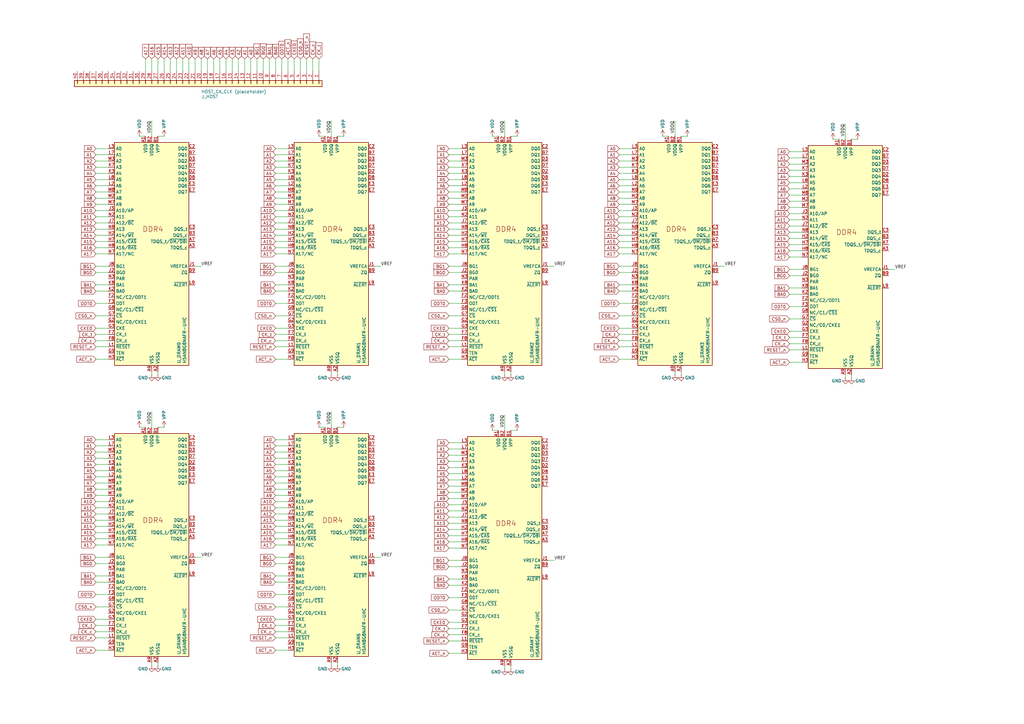
<source format=kicad_sch>
(kicad_sch (version 20250114) (generator "eeschema") (generator_version "9.0")
  (paper "A3")
  (title_block (title "Stage 7.2 - Address / Command / Clock") (date "2026-01-27") (rev "1.0.0") (company "OMI") (comment 1 "Topology: simplified star (schematic); fly-by enforced at layout"))
  (wire (pts (xy 184.15 194.31) (xy 189.23 194.31)))
  (wire (pts (xy 184.15 78.74) (xy 189.23 78.74)))
  (wire (pts (xy 113.03 236.22) (xy 118.11 236.22)))
  (wire (pts (xy 138.43 273.05) (xy 138.43 271.78)))
  (wire (pts (xy 39.37 104.14) (xy 44.45 104.14)))
  (wire (pts (xy 39.37 81.28) (xy 44.45 81.28)))
  (wire (pts (xy 102.87 24.13) (xy 102.87 29.21)))
  (wire (pts (xy 113.03 60.96) (xy 118.11 60.96)))
  (wire (pts (xy 323.85 140.97) (xy 328.93 140.97)))
  (wire (pts (xy 351.79 57.15) (xy 349.25 57.15)))
  (wire (pts (xy 67.31 24.13) (xy 67.31 29.21)))
  (wire (pts (xy 113.03 208.28) (xy 118.11 208.28)))
  (wire (pts (xy 39.37 254) (xy 44.45 254)))
  (wire (pts (xy 184.15 222.25) (xy 189.23 222.25)))
  (wire (pts (xy 254 60.96) (xy 259.08 60.96)))
  (wire (pts (xy 39.37 190.5) (xy 44.45 190.5)))
  (wire (pts (xy 113.03 259.08) (xy 118.11 259.08)))
  (wire (pts (xy 323.85 69.85) (xy 328.93 69.85)))
  (wire (pts (xy 184.15 137.16) (xy 189.23 137.16)))
  (wire (pts (xy 39.37 203.2) (xy 44.45 203.2)))
  (wire (pts (xy 323.85 77.47) (xy 328.93 77.47)))
  (wire (pts (xy 184.15 68.58) (xy 189.23 68.58)))
  (wire (pts (xy 39.37 208.28) (xy 44.45 208.28)))
  (wire (pts (xy 113.03 198.12) (xy 118.11 198.12)))
  (wire (pts (xy 113.03 96.52) (xy 118.11 96.52)))
  (wire (pts (xy 184.15 191.77) (xy 189.23 191.77)))
  (wire (pts (xy 64.77 24.13) (xy 64.77 29.21)))
  (wire (pts (xy 184.15 142.24) (xy 189.23 142.24)))
  (wire (pts (xy 184.15 204.47) (xy 189.23 204.47)))
  (wire (pts (xy 135.89 168.91) (xy 135.89 175.26)))
  (wire (pts (xy 184.15 139.7) (xy 189.23 139.7)))
  (wire (pts (xy 39.37 86.36) (xy 44.45 86.36)))
  (wire (pts (xy 39.37 71.12) (xy 44.45 71.12)))
  (wire (pts (xy 184.15 201.93) (xy 189.23 201.93)))
  (wire (pts (xy 184.15 109.22) (xy 189.23 109.22)))
  (wire (pts (xy 254 137.16) (xy 259.08 137.16)))
  (wire (pts (xy 120.65 24.13) (xy 120.65 29.21)))
  (wire (pts (xy 297.18 109.22) (xy 294.64 109.22)))
  (wire (pts (xy 39.37 198.12) (xy 44.45 198.12)))
  (wire (pts (xy 184.15 124.46) (xy 189.23 124.46)))
  (wire (pts (xy 113.03 129.54) (xy 118.11 129.54)))
  (wire (pts (xy 39.37 63.5) (xy 44.45 63.5)))
  (wire (pts (xy 140.97 55.88) (xy 138.43 55.88)))
  (wire (pts (xy 39.37 96.52) (xy 44.45 96.52)))
  (wire (pts (xy 323.85 74.93) (xy 328.93 74.93)))
  (wire (pts (xy 184.15 186.69) (xy 189.23 186.69)))
  (wire (pts (xy 113.03 86.36) (xy 118.11 86.36)))
  (wire (pts (xy 113.03 185.42) (xy 118.11 185.42)))
  (wire (pts (xy 39.37 256.54) (xy 44.45 256.54)))
  (wire (pts (xy 57.15 55.88) (xy 59.69 55.88)))
  (wire (pts (xy 113.03 66.04) (xy 118.11 66.04)))
  (wire (pts (xy 323.85 67.31) (xy 328.93 67.31)))
  (wire (pts (xy 130.81 175.26) (xy 133.35 175.26)))
  (wire (pts (xy 39.37 147.32) (xy 44.45 147.32)))
  (wire (pts (xy 39.37 129.54) (xy 44.45 129.54)))
  (wire (pts (xy 113.03 76.2) (xy 118.11 76.2)))
  (wire (pts (xy 184.15 181.61) (xy 189.23 181.61)))
  (wire (pts (xy 62.23 271.78) (xy 62.23 273.05)))
  (wire (pts (xy 323.85 64.77) (xy 328.93 64.77)))
  (wire (pts (xy 39.37 139.7) (xy 44.45 139.7)))
  (wire (pts (xy 138.43 153.67) (xy 138.43 152.4)))
  (wire (pts (xy 113.03 182.88) (xy 118.11 182.88)))
  (wire (pts (xy 92.71 24.13) (xy 92.71 29.21)))
  (wire (pts (xy 39.37 119.38) (xy 44.45 119.38)))
  (wire (pts (xy 184.15 189.23) (xy 189.23 189.23)))
  (wire (pts (xy 113.03 134.62) (xy 118.11 134.62)))
  (wire (pts (xy 97.79 24.13) (xy 97.79 29.21)))
  (wire (pts (xy 113.03 238.76) (xy 118.11 238.76)))
  (wire (pts (xy 184.15 99.06) (xy 189.23 99.06)))
  (wire (pts (xy 113.03 109.22) (xy 118.11 109.22)))
  (wire (pts (xy 130.81 55.88) (xy 133.35 55.88)))
  (wire (pts (xy 271.78 55.88) (xy 274.32 55.88)))
  (wire (pts (xy 39.37 261.62) (xy 44.45 261.62)))
  (wire (pts (xy 95.25 24.13) (xy 95.25 29.21)))
  (wire (pts (xy 184.15 129.54) (xy 189.23 129.54)))
  (wire (pts (xy 323.85 92.71) (xy 328.93 92.71)))
  (wire (pts (xy 39.37 91.44) (xy 44.45 91.44)))
  (wire (pts (xy 113.03 220.98) (xy 118.11 220.98)))
  (wire (pts (xy 64.77 153.67) (xy 64.77 152.4)))
  (wire (pts (xy 323.85 105.41) (xy 328.93 105.41)))
  (wire (pts (xy 254 63.5) (xy 259.08 63.5)))
  (wire (pts (xy 279.4 153.67) (xy 279.4 152.4)))
  (wire (pts (xy 323.85 143.51) (xy 328.93 143.51)))
  (wire (pts (xy 90.17 24.13) (xy 90.17 29.21)))
  (wire (pts (xy 184.15 88.9) (xy 189.23 88.9)))
  (wire (pts (xy 323.85 85.09) (xy 328.93 85.09)))
  (wire (pts (xy 323.85 90.17) (xy 328.93 90.17)))
  (wire (pts (xy 39.37 231.14) (xy 44.45 231.14)))
  (wire (pts (xy 39.37 259.08) (xy 44.45 259.08)))
  (wire (pts (xy 113.03 190.5) (xy 118.11 190.5)))
  (wire (pts (xy 113.03 243.84) (xy 118.11 243.84)))
  (wire (pts (xy 113.03 210.82) (xy 118.11 210.82)))
  (wire (pts (xy 39.37 193.04) (xy 44.45 193.04)))
  (wire (pts (xy 227.33 109.22) (xy 224.79 109.22)))
  (wire (pts (xy 184.15 83.82) (xy 189.23 83.82)))
  (wire (pts (xy 39.37 228.6) (xy 44.45 228.6)))
  (wire (pts (xy 64.77 273.05) (xy 64.77 271.78)))
  (wire (pts (xy 113.03 63.5) (xy 118.11 63.5)))
  (wire (pts (xy 254 73.66) (xy 259.08 73.66)))
  (wire (pts (xy 184.15 250.19) (xy 189.23 250.19)))
  (wire (pts (xy 39.37 88.9) (xy 44.45 88.9)))
  (wire (pts (xy 135.89 49.53) (xy 135.89 55.88)))
  (wire (pts (xy 113.03 218.44) (xy 118.11 218.44)))
  (wire (pts (xy 113.03 203.2) (xy 118.11 203.2)))
  (wire (pts (xy 276.86 152.4) (xy 276.86 153.67)))
  (wire (pts (xy 113.03 231.14) (xy 118.11 231.14)))
  (wire (pts (xy 74.93 24.13) (xy 74.93 29.21)))
  (wire (pts (xy 140.97 175.26) (xy 138.43 175.26)))
  (wire (pts (xy 254 124.46) (xy 259.08 124.46)))
  (wire (pts (xy 184.15 257.81) (xy 189.23 257.81)))
  (wire (pts (xy 113.03 213.36) (xy 118.11 213.36)))
  (wire (pts (xy 207.01 273.05) (xy 207.01 274.32)))
  (wire (pts (xy 39.37 109.22) (xy 44.45 109.22)))
  (wire (pts (xy 323.85 87.63) (xy 328.93 87.63)))
  (wire (pts (xy 113.03 193.04) (xy 118.11 193.04)))
  (wire (pts (xy 113.03 137.16) (xy 118.11 137.16)))
  (wire (pts (xy 212.09 55.88) (xy 209.55 55.88)))
  (wire (pts (xy 212.09 176.53) (xy 209.55 176.53)))
  (wire (pts (xy 113.03 254) (xy 118.11 254)))
  (wire (pts (xy 184.15 209.55) (xy 189.23 209.55)))
  (wire (pts (xy 254 139.7) (xy 259.08 139.7)))
  (wire (pts (xy 254 66.04) (xy 259.08 66.04)))
  (wire (pts (xy 254 109.22) (xy 259.08 109.22)))
  (wire (pts (xy 125.73 24.13) (xy 125.73 29.21)))
  (wire (pts (xy 184.15 260.35) (xy 189.23 260.35)))
  (wire (pts (xy 349.25 154.94) (xy 349.25 153.67)))
  (wire (pts (xy 156.21 228.6) (xy 153.67 228.6)))
  (wire (pts (xy 346.71 50.8) (xy 346.71 57.15)))
  (wire (pts (xy 113.03 261.62) (xy 118.11 261.62)))
  (wire (pts (xy 39.37 137.16) (xy 44.45 137.16)))
  (wire (pts (xy 69.85 24.13) (xy 69.85 29.21)))
  (wire (pts (xy 85.09 24.13) (xy 85.09 29.21)))
  (wire (pts (xy 184.15 93.98) (xy 189.23 93.98)))
  (wire (pts (xy 254 93.98) (xy 259.08 93.98)))
  (wire (pts (xy 184.15 116.84) (xy 189.23 116.84)))
  (wire (pts (xy 113.03 266.7) (xy 118.11 266.7)))
  (wire (pts (xy 201.93 55.88) (xy 204.47 55.88)))
  (wire (pts (xy 156.21 109.22) (xy 153.67 109.22)))
  (wire (pts (xy 254 68.58) (xy 259.08 68.58)))
  (wire (pts (xy 323.85 113.03) (xy 328.93 113.03)))
  (wire (pts (xy 113.03 93.98) (xy 118.11 93.98)))
  (wire (pts (xy 367.03 110.49) (xy 364.49 110.49)))
  (wire (pts (xy 59.69 24.13) (xy 59.69 29.21)))
  (wire (pts (xy 184.15 86.36) (xy 189.23 86.36)))
  (wire (pts (xy 62.23 49.53) (xy 62.23 55.88)))
  (wire (pts (xy 323.85 148.59) (xy 328.93 148.59)))
  (wire (pts (xy 113.03 205.74) (xy 118.11 205.74)))
  (wire (pts (xy 39.37 210.82) (xy 44.45 210.82)))
  (wire (pts (xy 184.15 207.01) (xy 189.23 207.01)))
  (wire (pts (xy 107.95 24.13) (xy 107.95 29.21)))
  (wire (pts (xy 39.37 248.92) (xy 44.45 248.92)))
  (wire (pts (xy 113.03 200.66) (xy 118.11 200.66)))
  (wire (pts (xy 323.85 118.11) (xy 328.93 118.11)))
  (wire (pts (xy 113.03 142.24) (xy 118.11 142.24)))
  (wire (pts (xy 184.15 237.49) (xy 189.23 237.49)))
  (wire (pts (xy 113.03 187.96) (xy 118.11 187.96)))
  (wire (pts (xy 113.03 248.92) (xy 118.11 248.92)))
  (wire (pts (xy 39.37 116.84) (xy 44.45 116.84)))
  (wire (pts (xy 254 96.52) (xy 259.08 96.52)))
  (wire (pts (xy 184.15 217.17) (xy 189.23 217.17)))
  (wire (pts (xy 113.03 116.84) (xy 118.11 116.84)))
  (wire (pts (xy 184.15 71.12) (xy 189.23 71.12)))
  (wire (pts (xy 39.37 68.58) (xy 44.45 68.58)))
  (wire (pts (xy 39.37 266.7) (xy 44.45 266.7)))
  (wire (pts (xy 82.55 24.13) (xy 82.55 29.21)))
  (wire (pts (xy 254 101.6) (xy 259.08 101.6)))
  (wire (pts (xy 62.23 24.13) (xy 62.23 29.21)))
  (wire (pts (xy 323.85 100.33) (xy 328.93 100.33)))
  (wire (pts (xy 323.85 130.81) (xy 328.93 130.81)))
  (wire (pts (xy 323.85 135.89) (xy 328.93 135.89)))
  (wire (pts (xy 201.93 176.53) (xy 204.47 176.53)))
  (wire (pts (xy 184.15 66.04) (xy 189.23 66.04)))
  (wire (pts (xy 184.15 76.2) (xy 189.23 76.2)))
  (wire (pts (xy 100.33 24.13) (xy 100.33 29.21)))
  (wire (pts (xy 39.37 220.98) (xy 44.45 220.98)))
  (wire (pts (xy 135.89 271.78) (xy 135.89 273.05)))
  (wire (pts (xy 39.37 111.76) (xy 44.45 111.76)))
  (wire (pts (xy 39.37 83.82) (xy 44.45 83.82)))
  (wire (pts (xy 184.15 196.85) (xy 189.23 196.85)))
  (wire (pts (xy 39.37 185.42) (xy 44.45 185.42)))
  (wire (pts (xy 39.37 223.52) (xy 44.45 223.52)))
  (wire (pts (xy 184.15 101.6) (xy 189.23 101.6)))
  (wire (pts (xy 254 116.84) (xy 259.08 116.84)))
  (wire (pts (xy 254 134.62) (xy 259.08 134.62)))
  (wire (pts (xy 67.31 175.26) (xy 64.77 175.26)))
  (wire (pts (xy 184.15 262.89) (xy 189.23 262.89)))
  (wire (pts (xy 118.11 24.13) (xy 118.11 29.21)))
  (wire (pts (xy 113.03 215.9) (xy 118.11 215.9)))
  (wire (pts (xy 135.89 152.4) (xy 135.89 153.67)))
  (wire (pts (xy 184.15 199.39) (xy 189.23 199.39)))
  (wire (pts (xy 77.47 24.13) (xy 77.47 29.21)))
  (wire (pts (xy 207.01 49.53) (xy 207.01 55.88)))
  (wire (pts (xy 113.03 71.12) (xy 118.11 71.12)))
  (wire (pts (xy 113.03 91.44) (xy 118.11 91.44)))
  (wire (pts (xy 113.03 228.6) (xy 118.11 228.6)))
  (wire (pts (xy 323.85 125.73) (xy 328.93 125.73)))
  (wire (pts (xy 254 99.06) (xy 259.08 99.06)))
  (wire (pts (xy 184.15 81.28) (xy 189.23 81.28)))
  (wire (pts (xy 254 142.24) (xy 259.08 142.24)))
  (wire (pts (xy 39.37 134.62) (xy 44.45 134.62)))
  (wire (pts (xy 113.03 111.76) (xy 118.11 111.76)))
  (wire (pts (xy 39.37 142.24) (xy 44.45 142.24)))
  (wire (pts (xy 39.37 101.6) (xy 44.45 101.6)))
  (wire (pts (xy 254 119.38) (xy 259.08 119.38)))
  (wire (pts (xy 323.85 95.25) (xy 328.93 95.25)))
  (wire (pts (xy 254 83.82) (xy 259.08 83.82)))
  (wire (pts (xy 184.15 214.63) (xy 189.23 214.63)))
  (wire (pts (xy 39.37 213.36) (xy 44.45 213.36)))
  (wire (pts (xy 113.03 180.34) (xy 118.11 180.34)))
  (wire (pts (xy 123.19 24.13) (xy 123.19 29.21)))
  (wire (pts (xy 80.01 24.13) (xy 80.01 29.21)))
  (wire (pts (xy 209.55 153.67) (xy 209.55 152.4)))
  (wire (pts (xy 39.37 60.96) (xy 44.45 60.96)))
  (wire (pts (xy 323.85 102.87) (xy 328.93 102.87)))
  (wire (pts (xy 39.37 205.74) (xy 44.45 205.74)))
  (wire (pts (xy 209.55 274.32) (xy 209.55 273.05)))
  (wire (pts (xy 67.31 55.88) (xy 64.77 55.88)))
  (wire (pts (xy 113.03 78.74) (xy 118.11 78.74)))
  (wire (pts (xy 113.03 256.54) (xy 118.11 256.54)))
  (wire (pts (xy 82.55 228.6) (xy 80.01 228.6)))
  (wire (pts (xy 207.01 170.18) (xy 207.01 176.53)))
  (wire (pts (xy 184.15 224.79) (xy 189.23 224.79)))
  (wire (pts (xy 113.03 99.06) (xy 118.11 99.06)))
  (wire (pts (xy 207.01 152.4) (xy 207.01 153.67)))
  (wire (pts (xy 323.85 120.65) (xy 328.93 120.65)))
  (wire (pts (xy 113.03 88.9) (xy 118.11 88.9)))
  (wire (pts (xy 184.15 104.14) (xy 189.23 104.14)))
  (wire (pts (xy 82.55 109.22) (xy 80.01 109.22)))
  (wire (pts (xy 39.37 238.76) (xy 44.45 238.76)))
  (wire (pts (xy 323.85 72.39) (xy 328.93 72.39)))
  (wire (pts (xy 323.85 80.01) (xy 328.93 80.01)))
  (wire (pts (xy 39.37 73.66) (xy 44.45 73.66)))
  (wire (pts (xy 62.23 152.4) (xy 62.23 153.67)))
  (wire (pts (xy 128.27 24.13) (xy 128.27 29.21)))
  (wire (pts (xy 57.15 175.26) (xy 59.69 175.26)))
  (wire (pts (xy 254 76.2) (xy 259.08 76.2)))
  (wire (pts (xy 184.15 245.11) (xy 189.23 245.11)))
  (wire (pts (xy 115.57 24.13) (xy 115.57 29.21)))
  (wire (pts (xy 323.85 110.49) (xy 328.93 110.49)))
  (wire (pts (xy 184.15 134.62) (xy 189.23 134.62)))
  (wire (pts (xy 254 71.12) (xy 259.08 71.12)))
  (wire (pts (xy 113.03 139.7) (xy 118.11 139.7)))
  (wire (pts (xy 39.37 195.58) (xy 44.45 195.58)))
  (wire (pts (xy 113.03 147.32) (xy 118.11 147.32)))
  (wire (pts (xy 39.37 66.04) (xy 44.45 66.04)))
  (wire (pts (xy 105.41 24.13) (xy 105.41 29.21)))
  (wire (pts (xy 39.37 99.06) (xy 44.45 99.06)))
  (wire (pts (xy 254 147.32) (xy 259.08 147.32)))
  (wire (pts (xy 254 86.36) (xy 259.08 86.36)))
  (wire (pts (xy 184.15 73.66) (xy 189.23 73.66)))
  (wire (pts (xy 254 78.74) (xy 259.08 78.74)))
  (wire (pts (xy 39.37 187.96) (xy 44.45 187.96)))
  (wire (pts (xy 184.15 60.96) (xy 189.23 60.96)))
  (wire (pts (xy 113.03 101.6) (xy 118.11 101.6)))
  (wire (pts (xy 184.15 96.52) (xy 189.23 96.52)))
  (wire (pts (xy 184.15 255.27) (xy 189.23 255.27)))
  (wire (pts (xy 113.03 119.38) (xy 118.11 119.38)))
  (wire (pts (xy 113.03 223.52) (xy 118.11 223.52)))
  (wire (pts (xy 113.03 73.66) (xy 118.11 73.66)))
  (wire (pts (xy 323.85 138.43) (xy 328.93 138.43)))
  (wire (pts (xy 341.63 57.15) (xy 344.17 57.15)))
  (wire (pts (xy 39.37 180.34) (xy 44.45 180.34)))
  (wire (pts (xy 184.15 91.44) (xy 189.23 91.44)))
  (wire (pts (xy 39.37 243.84) (xy 44.45 243.84)))
  (wire (pts (xy 323.85 97.79) (xy 328.93 97.79)))
  (wire (pts (xy 62.23 168.91) (xy 62.23 175.26)))
  (wire (pts (xy 184.15 232.41) (xy 189.23 232.41)))
  (wire (pts (xy 254 104.14) (xy 259.08 104.14)))
  (wire (pts (xy 39.37 182.88) (xy 44.45 182.88)))
  (wire (pts (xy 184.15 184.15) (xy 189.23 184.15)))
  (wire (pts (xy 113.03 81.28) (xy 118.11 81.28)))
  (wire (pts (xy 323.85 62.23) (xy 328.93 62.23)))
  (wire (pts (xy 254 111.76) (xy 259.08 111.76)))
  (wire (pts (xy 184.15 63.5) (xy 189.23 63.5)))
  (wire (pts (xy 87.63 24.13) (xy 87.63 29.21)))
  (wire (pts (xy 39.37 215.9) (xy 44.45 215.9)))
  (wire (pts (xy 184.15 111.76) (xy 189.23 111.76)))
  (wire (pts (xy 254 81.28) (xy 259.08 81.28)))
  (wire (pts (xy 113.03 124.46) (xy 118.11 124.46)))
  (wire (pts (xy 39.37 236.22) (xy 44.45 236.22)))
  (wire (pts (xy 254 88.9) (xy 259.08 88.9)))
  (wire (pts (xy 323.85 82.55) (xy 328.93 82.55)))
  (wire (pts (xy 39.37 78.74) (xy 44.45 78.74)))
  (wire (pts (xy 184.15 119.38) (xy 189.23 119.38)))
  (wire (pts (xy 184.15 219.71) (xy 189.23 219.71)))
  (wire (pts (xy 113.03 83.82) (xy 118.11 83.82)))
  (wire (pts (xy 227.33 229.87) (xy 224.79 229.87)))
  (wire (pts (xy 254 91.44) (xy 259.08 91.44)))
  (wire (pts (xy 39.37 218.44) (xy 44.45 218.44)))
  (wire (pts (xy 39.37 124.46) (xy 44.45 124.46)))
  (wire (pts (xy 39.37 200.66) (xy 44.45 200.66)))
  (wire (pts (xy 113.03 195.58) (xy 118.11 195.58)))
  (wire (pts (xy 72.39 24.13) (xy 72.39 29.21)))
  (wire (pts (xy 110.49 24.13) (xy 110.49 29.21)))
  (wire (pts (xy 346.71 153.67) (xy 346.71 154.94)))
  (wire (pts (xy 184.15 229.87) (xy 189.23 229.87)))
  (wire (pts (xy 113.03 24.13) (xy 113.03 29.21)))
  (wire (pts (xy 184.15 267.97) (xy 189.23 267.97)))
  (wire (pts (xy 130.81 24.13) (xy 130.81 29.21)))
  (wire (pts (xy 39.37 93.98) (xy 44.45 93.98)))
  (wire (pts (xy 184.15 240.03) (xy 189.23 240.03)))
  (wire (pts (xy 113.03 104.14) (xy 118.11 104.14)))
  (wire (pts (xy 184.15 147.32) (xy 189.23 147.32)))
  (wire (pts (xy 276.86 49.53) (xy 276.86 55.88)))
  (wire (pts (xy 184.15 212.09) (xy 189.23 212.09)))
  (wire (pts (xy 281.94 55.88) (xy 279.4 55.88)))
  (wire (pts (xy 39.37 76.2) (xy 44.45 76.2)))
  (wire (pts (xy 113.03 68.58) (xy 118.11 68.58)))
  (wire (pts (xy 254 129.54) (xy 259.08 129.54)))
  (label "VDDQ" (at 207.01 49.53 270))
  (label "VREF" (at 82.55 109.22 0))
  (label "VREF" (at 82.55 228.6 0))
  (label "VREF" (at 297.18 109.22 0))
  (label "VDDQ" (at 346.71 50.8 270))
  (label "VDDQ" (at 135.89 168.91 270))
  (label "VDDQ" (at 135.89 49.53 270))
  (label "VREF" (at 227.33 229.87 0))
  (label "VDDQ" (at 276.86 49.53 270))
  (label "VREF" (at 156.21 109.22 0))
  (label "VDDQ" (at 62.23 168.91 270))
  (label "VREF" (at 367.03 110.49 0))
  (label "VDDQ" (at 62.23 49.53 270))
  (label "VREF" (at 156.21 228.6 0))
  (label "VREF" (at 227.33 109.22 0))
  (label "VDDQ" (at 207.01 170.18 270))
  (global_label "BA0" (shape input) (at 113.03 238.76 180) (property "Intersheetrefs" "${INTERSHEET_REFS}" (effects (hide yes))))
  (global_label "CK_c" (shape input) (at 39.37 139.7 180) (property "Intersheetrefs" "${INTERSHEET_REFS}" (effects (hide yes))))
  (global_label "CK_t" (shape input) (at 39.37 256.54 180) (property "Intersheetrefs" "${INTERSHEET_REFS}" (effects (hide yes))))
  (global_label "CK_c" (shape input) (at 254 139.7 180) (property "Intersheetrefs" "${INTERSHEET_REFS}" (effects (hide yes))))
  (global_label "A6" (shape input) (at 184.15 76.2 180) (property "Intersheetrefs" "${INTERSHEET_REFS}" (effects (hide yes))))
  (global_label "A8" (shape input) (at 184.15 81.28 180) (property "Intersheetrefs" "${INTERSHEET_REFS}" (effects (hide yes))))
  (global_label "A3" (shape input) (at 39.37 187.96 180) (property "Intersheetrefs" "${INTERSHEET_REFS}" (effects (hide yes))))
  (global_label "A1" (shape input) (at 100.33 24.13 90) (property "Intersheetrefs" "${INTERSHEET_REFS}" (effects (hide yes))))
  (global_label "BG0" (shape input) (at 107.95 24.13 90) (property "Intersheetrefs" "${INTERSHEET_REFS}" (effects (hide yes))))
  (global_label "BG1" (shape input) (at 39.37 228.6 180) (property "Intersheetrefs" "${INTERSHEET_REFS}" (effects (hide yes))))
  (global_label "BA0" (shape input) (at 184.15 119.38 180) (property "Intersheetrefs" "${INTERSHEET_REFS}" (effects (hide yes))))
  (global_label "BG1" (shape input) (at 254 109.22 180) (property "Intersheetrefs" "${INTERSHEET_REFS}" (effects (hide yes))))
  (global_label "BA0" (shape input) (at 39.37 119.38 180) (property "Intersheetrefs" "${INTERSHEET_REFS}" (effects (hide yes))))
  (global_label "BA1" (shape input) (at 323.85 118.11 180) (property "Intersheetrefs" "${INTERSHEET_REFS}" (effects (hide yes))))
  (global_label "A9" (shape input) (at 323.85 85.09 180) (property "Intersheetrefs" "${INTERSHEET_REFS}" (effects (hide yes))))
  (global_label "BA1" (shape input) (at 113.03 116.84 180) (property "Intersheetrefs" "${INTERSHEET_REFS}" (effects (hide yes))))
  (global_label "ODT0" (shape input) (at 113.03 243.84 180) (property "Intersheetrefs" "${INTERSHEET_REFS}" (effects (hide yes))))
  (global_label "CS0_n" (shape input) (at 184.15 129.54 180) (property "Intersheetrefs" "${INTERSHEET_REFS}" (effects (hide yes))))
  (global_label "BA1" (shape input) (at 110.49 24.13 90) (property "Intersheetrefs" "${INTERSHEET_REFS}" (effects (hide yes))))
  (global_label "A15" (shape input) (at 184.15 99.06 180) (property "Intersheetrefs" "${INTERSHEET_REFS}" (effects (hide yes))))
  (global_label "CS0_n" (shape input) (at 323.85 130.81 180) (property "Intersheetrefs" "${INTERSHEET_REFS}" (effects (hide yes))))
  (global_label "A4" (shape input) (at 113.03 190.5 180) (property "Intersheetrefs" "${INTERSHEET_REFS}" (effects (hide yes))))
  (global_label "A6" (shape input) (at 113.03 76.2 180) (property "Intersheetrefs" "${INTERSHEET_REFS}" (effects (hide yes))))
  (global_label "BG1" (shape input) (at 113.03 228.6 180) (property "Intersheetrefs" "${INTERSHEET_REFS}" (effects (hide yes))))
  (global_label "ACT_n" (shape input) (at 254 147.32 180) (property "Intersheetrefs" "${INTERSHEET_REFS}" (effects (hide yes))))
  (global_label "RESET_n" (shape input) (at 39.37 142.24 180) (property "Intersheetrefs" "${INTERSHEET_REFS}" (effects (hide yes))))
  (global_label "A7" (shape input) (at 254 78.74 180) (property "Intersheetrefs" "${INTERSHEET_REFS}" (effects (hide yes))))
  (global_label "A11" (shape input) (at 113.03 88.9 180) (property "Intersheetrefs" "${INTERSHEET_REFS}" (effects (hide yes))))
  (global_label "A9" (shape input) (at 113.03 83.82 180) (property "Intersheetrefs" "${INTERSHEET_REFS}" (effects (hide yes))))
  (global_label "A2" (shape input) (at 113.03 66.04 180) (property "Intersheetrefs" "${INTERSHEET_REFS}" (effects (hide yes))))
  (global_label "A4" (shape input) (at 254 71.12 180) (property "Intersheetrefs" "${INTERSHEET_REFS}" (effects (hide yes))))
  (global_label "A12" (shape input) (at 254 91.44 180) (property "Intersheetrefs" "${INTERSHEET_REFS}" (effects (hide yes))))
  (global_label "CKE0" (shape input) (at 184.15 134.62 180) (property "Intersheetrefs" "${INTERSHEET_REFS}" (effects (hide yes))))
  (global_label "A15" (shape input) (at 113.03 218.44 180) (property "Intersheetrefs" "${INTERSHEET_REFS}" (effects (hide yes))))
  (global_label "A0" (shape input) (at 39.37 180.34 180) (property "Intersheetrefs" "${INTERSHEET_REFS}" (effects (hide yes))))
  (global_label "A6" (shape input) (at 87.63 24.13 90) (property "Intersheetrefs" "${INTERSHEET_REFS}" (effects (hide yes))))
  (global_label "BG0" (shape input) (at 113.03 111.76 180) (property "Intersheetrefs" "${INTERSHEET_REFS}" (effects (hide yes))))
  (global_label "BA0" (shape input) (at 113.03 119.38 180) (property "Intersheetrefs" "${INTERSHEET_REFS}" (effects (hide yes))))
  (global_label "ODT0" (shape input) (at 323.85 125.73 180) (property "Intersheetrefs" "${INTERSHEET_REFS}" (effects (hide yes))))
  (global_label "A0" (shape input) (at 184.15 60.96 180) (property "Intersheetrefs" "${INTERSHEET_REFS}" (effects (hide yes))))
  (global_label "A2" (shape input) (at 39.37 185.42 180) (property "Intersheetrefs" "${INTERSHEET_REFS}" (effects (hide yes))))
  (global_label "RESET_n" (shape input) (at 184.15 142.24 180) (property "Intersheetrefs" "${INTERSHEET_REFS}" (effects (hide yes))))
  (global_label "A5" (shape input) (at 90.17 24.13 90) (property "Intersheetrefs" "${INTERSHEET_REFS}" (effects (hide yes))))
  (global_label "A0" (shape input) (at 323.85 62.23 180) (property "Intersheetrefs" "${INTERSHEET_REFS}" (effects (hide yes))))
  (global_label "ACT_n" (shape input) (at 118.11 24.13 90) (property "Intersheetrefs" "${INTERSHEET_REFS}" (effects (hide yes))))
  (global_label "ODT0" (shape input) (at 113.03 124.46 180) (property "Intersheetrefs" "${INTERSHEET_REFS}" (effects (hide yes))))
  (global_label "RESET_n" (shape input) (at 113.03 261.62 180) (property "Intersheetrefs" "${INTERSHEET_REFS}" (effects (hide yes))))
  (global_label "ACT_n" (shape input) (at 113.03 147.32 180) (property "Intersheetrefs" "${INTERSHEET_REFS}" (effects (hide yes))))
  (global_label "BG0" (shape input) (at 323.85 113.03 180) (property "Intersheetrefs" "${INTERSHEET_REFS}" (effects (hide yes))))
  (global_label "CS0_n" (shape input) (at 39.37 129.54 180) (property "Intersheetrefs" "${INTERSHEET_REFS}" (effects (hide yes))))
  (global_label "A3" (shape input) (at 39.37 68.58 180) (property "Intersheetrefs" "${INTERSHEET_REFS}" (effects (hide yes))))
  (global_label "RESET_n" (shape input) (at 39.37 261.62 180) (property "Intersheetrefs" "${INTERSHEET_REFS}" (effects (hide yes))))
  (global_label "BG1" (shape input) (at 184.15 109.22 180) (property "Intersheetrefs" "${INTERSHEET_REFS}" (effects (hide yes))))
  (global_label "A8" (shape input) (at 82.55 24.13 90) (property "Intersheetrefs" "${INTERSHEET_REFS}" (effects (hide yes))))
  (global_label "A8" (shape input) (at 39.37 81.28 180) (property "Intersheetrefs" "${INTERSHEET_REFS}" (effects (hide yes))))
  (global_label "BA0" (shape input) (at 254 119.38 180) (property "Intersheetrefs" "${INTERSHEET_REFS}" (effects (hide yes))))
  (global_label "A2" (shape input) (at 184.15 186.69 180) (property "Intersheetrefs" "${INTERSHEET_REFS}" (effects (hide yes))))
  (global_label "A8" (shape input) (at 184.15 201.93 180) (property "Intersheetrefs" "${INTERSHEET_REFS}" (effects (hide yes))))
  (global_label "A8" (shape input) (at 39.37 200.66 180) (property "Intersheetrefs" "${INTERSHEET_REFS}" (effects (hide yes))))
  (global_label "A9" (shape input) (at 39.37 203.2 180) (property "Intersheetrefs" "${INTERSHEET_REFS}" (effects (hide yes))))
  (global_label "A7" (shape input) (at 113.03 78.74 180) (property "Intersheetrefs" "${INTERSHEET_REFS}" (effects (hide yes))))
  (global_label "RESET_n" (shape input) (at 113.03 142.24 180) (property "Intersheetrefs" "${INTERSHEET_REFS}" (effects (hide yes))))
  (global_label "RESET_n" (shape input) (at 254 142.24 180) (property "Intersheetrefs" "${INTERSHEET_REFS}" (effects (hide yes))))
  (global_label "A14" (shape input) (at 113.03 96.52 180) (property "Intersheetrefs" "${INTERSHEET_REFS}" (effects (hide yes))))
  (global_label "CKE0" (shape input) (at 113.03 134.62 180) (property "Intersheetrefs" "${INTERSHEET_REFS}" (effects (hide yes))))
  (global_label "BA0" (shape input) (at 323.85 120.65 180) (property "Intersheetrefs" "${INTERSHEET_REFS}" (effects (hide yes))))
  (global_label "A15" (shape input) (at 184.15 219.71 180) (property "Intersheetrefs" "${INTERSHEET_REFS}" (effects (hide yes))))
  (global_label "A0" (shape input) (at 184.15 181.61 180) (property "Intersheetrefs" "${INTERSHEET_REFS}" (effects (hide yes))))
  (global_label "A6" (shape input) (at 39.37 195.58 180) (property "Intersheetrefs" "${INTERSHEET_REFS}" (effects (hide yes))))
  (global_label "A0" (shape input) (at 113.03 180.34 180) (property "Intersheetrefs" "${INTERSHEET_REFS}" (effects (hide yes))))
  (global_label "A12" (shape input) (at 323.85 92.71 180) (property "Intersheetrefs" "${INTERSHEET_REFS}" (effects (hide yes))))
  (global_label "A13" (shape input) (at 323.85 95.25 180) (property "Intersheetrefs" "${INTERSHEET_REFS}" (effects (hide yes))))
  (global_label "A8" (shape input) (at 113.03 81.28 180) (property "Intersheetrefs" "${INTERSHEET_REFS}" (effects (hide yes))))
  (global_label "A4" (shape input) (at 92.71 24.13 90) (property "Intersheetrefs" "${INTERSHEET_REFS}" (effects (hide yes))))
  (global_label "A16" (shape input) (at 184.15 101.6 180) (property "Intersheetrefs" "${INTERSHEET_REFS}" (effects (hide yes))))
  (global_label "A1" (shape input) (at 184.15 184.15 180) (property "Intersheetrefs" "${INTERSHEET_REFS}" (effects (hide yes))))
  (global_label "A17" (shape input) (at 113.03 223.52 180) (property "Intersheetrefs" "${INTERSHEET_REFS}" (effects (hide yes))))
  (global_label "BA1" (shape input) (at 39.37 236.22 180) (property "Intersheetrefs" "${INTERSHEET_REFS}" (effects (hide yes))))
  (global_label "CK_c" (shape input) (at 184.15 139.7 180) (property "Intersheetrefs" "${INTERSHEET_REFS}" (effects (hide yes))))
  (global_label "A12" (shape input) (at 184.15 212.09 180) (property "Intersheetrefs" "${INTERSHEET_REFS}" (effects (hide yes))))
  (global_label "A11" (shape input) (at 184.15 209.55 180) (property "Intersheetrefs" "${INTERSHEET_REFS}" (effects (hide yes))))
  (global_label "A3" (shape input) (at 323.85 69.85 180) (property "Intersheetrefs" "${INTERSHEET_REFS}" (effects (hide yes))))
  (global_label "A4" (shape input) (at 184.15 191.77 180) (property "Intersheetrefs" "${INTERSHEET_REFS}" (effects (hide yes))))
  (global_label "CKE0" (shape input) (at 323.85 135.89 180) (property "Intersheetrefs" "${INTERSHEET_REFS}" (effects (hide yes))))
  (global_label "A1" (shape input) (at 39.37 182.88 180) (property "Intersheetrefs" "${INTERSHEET_REFS}" (effects (hide yes))))
  (global_label "A10" (shape input) (at 39.37 205.74 180) (property "Intersheetrefs" "${INTERSHEET_REFS}" (effects (hide yes))))
  (global_label "A4" (shape input) (at 323.85 72.39 180) (property "Intersheetrefs" "${INTERSHEET_REFS}" (effects (hide yes))))
  (global_label "A10" (shape input) (at 254 86.36 180) (property "Intersheetrefs" "${INTERSHEET_REFS}" (effects (hide yes))))
  (global_label "CK_c" (shape input) (at 113.03 139.7 180) (property "Intersheetrefs" "${INTERSHEET_REFS}" (effects (hide yes))))
  (global_label "A11" (shape input) (at 323.85 90.17 180) (property "Intersheetrefs" "${INTERSHEET_REFS}" (effects (hide yes))))
  (global_label "A9" (shape input) (at 80.01 24.13 90) (property "Intersheetrefs" "${INTERSHEET_REFS}" (effects (hide yes))))
  (global_label "BA1" (shape input) (at 113.03 236.22 180) (property "Intersheetrefs" "${INTERSHEET_REFS}" (effects (hide yes))))
  (global_label "BG0" (shape input) (at 113.03 231.14 180) (property "Intersheetrefs" "${INTERSHEET_REFS}" (effects (hide yes))))
  (global_label "A5" (shape input) (at 184.15 73.66 180) (property "Intersheetrefs" "${INTERSHEET_REFS}" (effects (hide yes))))
  (global_label "BA1" (shape input) (at 254 116.84 180) (property "Intersheetrefs" "${INTERSHEET_REFS}" (effects (hide yes))))
  (global_label "A14" (shape input) (at 323.85 97.79 180) (property "Intersheetrefs" "${INTERSHEET_REFS}" (effects (hide yes))))
  (global_label "A11" (shape input) (at 113.03 208.28 180) (property "Intersheetrefs" "${INTERSHEET_REFS}" (effects (hide yes))))
  (global_label "A0" (shape input) (at 254 60.96 180) (property "Intersheetrefs" "${INTERSHEET_REFS}" (effects (hide yes))))
  (global_label "ODT0" (shape input) (at 184.15 245.11 180) (property "Intersheetrefs" "${INTERSHEET_REFS}" (effects (hide yes))))
  (global_label "A7" (shape input) (at 184.15 199.39 180) (property "Intersheetrefs" "${INTERSHEET_REFS}" (effects (hide yes))))
  (global_label "A7" (shape input) (at 113.03 198.12 180) (property "Intersheetrefs" "${INTERSHEET_REFS}" (effects (hide yes))))
  (global_label "A14" (shape input) (at 254 96.52 180) (property "Intersheetrefs" "${INTERSHEET_REFS}" (effects (hide yes))))
  (global_label "A3" (shape input) (at 113.03 187.96 180) (property "Intersheetrefs" "${INTERSHEET_REFS}" (effects (hide yes))))
  (global_label "A5" (shape input) (at 184.15 194.31 180) (property "Intersheetrefs" "${INTERSHEET_REFS}" (effects (hide yes))))
  (global_label "A15" (shape input) (at 113.03 99.06 180) (property "Intersheetrefs" "${INTERSHEET_REFS}" (effects (hide yes))))
  (global_label "A6" (shape input) (at 323.85 77.47 180) (property "Intersheetrefs" "${INTERSHEET_REFS}" (effects (hide yes))))
  (global_label "CS0_n" (shape input) (at 39.37 248.92 180) (property "Intersheetrefs" "${INTERSHEET_REFS}" (effects (hide yes))))
  (global_label "A11" (shape input) (at 184.15 88.9 180) (property "Intersheetrefs" "${INTERSHEET_REFS}" (effects (hide yes))))
  (global_label "A15" (shape input) (at 64.77 24.13 90) (property "Intersheetrefs" "${INTERSHEET_REFS}" (effects (hide yes))))
  (global_label "A1" (shape input) (at 39.37 63.5 180) (property "Intersheetrefs" "${INTERSHEET_REFS}" (effects (hide yes))))
  (global_label "BG0" (shape input) (at 254 111.76 180) (property "Intersheetrefs" "${INTERSHEET_REFS}" (effects (hide yes))))
  (global_label "A3" (shape input) (at 113.03 68.58 180) (property "Intersheetrefs" "${INTERSHEET_REFS}" (effects (hide yes))))
  (global_label "BA0" (shape input) (at 39.37 238.76 180) (property "Intersheetrefs" "${INTERSHEET_REFS}" (effects (hide yes))))
  (global_label "CK_t" (shape input) (at 130.81 24.13 90) (property "Intersheetrefs" "${INTERSHEET_REFS}" (effects (hide yes))))
  (global_label "A16" (shape input) (at 62.23 24.13 90) (property "Intersheetrefs" "${INTERSHEET_REFS}" (effects (hide yes))))
  (global_label "A4" (shape input) (at 39.37 190.5 180) (property "Intersheetrefs" "${INTERSHEET_REFS}" (effects (hide yes))))
  (global_label "A5" (shape input) (at 323.85 74.93 180) (property "Intersheetrefs" "${INTERSHEET_REFS}" (effects (hide yes))))
  (global_label "CK_t" (shape input) (at 113.03 137.16 180) (property "Intersheetrefs" "${INTERSHEET_REFS}" (effects (hide yes))))
  (global_label "RESET_n" (shape input) (at 323.85 143.51 180) (property "Intersheetrefs" "${INTERSHEET_REFS}" (effects (hide yes))))
  (global_label "BA1" (shape input) (at 184.15 116.84 180) (property "Intersheetrefs" "${INTERSHEET_REFS}" (effects (hide yes))))
  (global_label "A16" (shape input) (at 254 101.6 180) (property "Intersheetrefs" "${INTERSHEET_REFS}" (effects (hide yes))))
  (global_label "CK_c" (shape input) (at 323.85 140.97 180) (property "Intersheetrefs" "${INTERSHEET_REFS}" (effects (hide yes))))
  (global_label "CS0_n" (shape input) (at 113.03 129.54 180) (property "Intersheetrefs" "${INTERSHEET_REFS}" (effects (hide yes))))
  (global_label "CK_t" (shape input) (at 184.15 137.16 180) (property "Intersheetrefs" "${INTERSHEET_REFS}" (effects (hide yes))))
  (global_label "A16" (shape input) (at 113.03 220.98 180) (property "Intersheetrefs" "${INTERSHEET_REFS}" (effects (hide yes))))
  (global_label "A17" (shape input) (at 184.15 104.14 180) (property "Intersheetrefs" "${INTERSHEET_REFS}" (effects (hide yes))))
  (global_label "ACT_n" (shape input) (at 39.37 266.7 180) (property "Intersheetrefs" "${INTERSHEET_REFS}" (effects (hide yes))))
  (global_label "A10" (shape input) (at 39.37 86.36 180) (property "Intersheetrefs" "${INTERSHEET_REFS}" (effects (hide yes))))
  (global_label "A15" (shape input) (at 254 99.06 180) (property "Intersheetrefs" "${INTERSHEET_REFS}" (effects (hide yes))))
  (global_label "CK_t" (shape input) (at 254 137.16 180) (property "Intersheetrefs" "${INTERSHEET_REFS}" (effects (hide yes))))
  (global_label "A1" (shape input) (at 113.03 182.88 180) (property "Intersheetrefs" "${INTERSHEET_REFS}" (effects (hide yes))))
  (global_label "A17" (shape input) (at 254 104.14 180) (property "Intersheetrefs" "${INTERSHEET_REFS}" (effects (hide yes))))
  (global_label "A8" (shape input) (at 254 81.28 180) (property "Intersheetrefs" "${INTERSHEET_REFS}" (effects (hide yes))))
  (global_label "A15" (shape input) (at 39.37 99.06 180) (property "Intersheetrefs" "${INTERSHEET_REFS}" (effects (hide yes))))
  (global_label "A11" (shape input) (at 39.37 88.9 180) (property "Intersheetrefs" "${INTERSHEET_REFS}" (effects (hide yes))))
  (global_label "A14" (shape input) (at 184.15 96.52 180) (property "Intersheetrefs" "${INTERSHEET_REFS}" (effects (hide yes))))
  (global_label "A1" (shape input) (at 254 63.5 180) (property "Intersheetrefs" "${INTERSHEET_REFS}" (effects (hide yes))))
  (global_label "A16" (shape input) (at 323.85 102.87 180) (property "Intersheetrefs" "${INTERSHEET_REFS}" (effects (hide yes))))
  (global_label "CK_c" (shape input) (at 113.03 259.08 180) (property "Intersheetrefs" "${INTERSHEET_REFS}" (effects (hide yes))))
  (global_label "A13" (shape input) (at 113.03 213.36 180) (property "Intersheetrefs" "${INTERSHEET_REFS}" (effects (hide yes))))
  (global_label "A1" (shape input) (at 323.85 64.77 180) (property "Intersheetrefs" "${INTERSHEET_REFS}" (effects (hide yes))))
  (global_label "A17" (shape input) (at 59.69 24.13 90) (property "Intersheetrefs" "${INTERSHEET_REFS}" (effects (hide yes))))
  (global_label "A8" (shape input) (at 323.85 82.55 180) (property "Intersheetrefs" "${INTERSHEET_REFS}" (effects (hide yes))))
  (global_label "A0" (shape input) (at 113.03 60.96 180) (property "Intersheetrefs" "${INTERSHEET_REFS}" (effects (hide yes))))
  (global_label "A3" (shape input) (at 95.25 24.13 90) (property "Intersheetrefs" "${INTERSHEET_REFS}" (effects (hide yes))))
  (global_label "A6" (shape input) (at 39.37 76.2 180) (property "Intersheetrefs" "${INTERSHEET_REFS}" (effects (hide yes))))
  (global_label "A15" (shape input) (at 323.85 100.33 180) (property "Intersheetrefs" "${INTERSHEET_REFS}" (effects (hide yes))))
  (global_label "CKE0" (shape input) (at 39.37 254 180) (property "Intersheetrefs" "${INTERSHEET_REFS}" (effects (hide yes))))
  (global_label "A6" (shape input) (at 113.03 195.58 180) (property "Intersheetrefs" "${INTERSHEET_REFS}" (effects (hide yes))))
  (global_label "CK_t" (shape input) (at 184.15 257.81 180) (property "Intersheetrefs" "${INTERSHEET_REFS}" (effects (hide yes))))
  (global_label "ODT0" (shape input) (at 254 124.46 180) (property "Intersheetrefs" "${INTERSHEET_REFS}" (effects (hide yes))))
  (global_label "A6" (shape input) (at 254 76.2 180) (property "Intersheetrefs" "${INTERSHEET_REFS}" (effects (hide yes))))
  (global_label "A7" (shape input) (at 39.37 198.12 180) (property "Intersheetrefs" "${INTERSHEET_REFS}" (effects (hide yes))))
  (global_label "A9" (shape input) (at 184.15 83.82 180) (property "Intersheetrefs" "${INTERSHEET_REFS}" (effects (hide yes))))
  (global_label "CS0_n" (shape input) (at 113.03 248.92 180) (property "Intersheetrefs" "${INTERSHEET_REFS}" (effects (hide yes))))
  (global_label "A12" (shape input) (at 39.37 210.82 180) (property "Intersheetrefs" "${INTERSHEET_REFS}" (effects (hide yes))))
  (global_label "CKE0" (shape input) (at 113.03 254 180) (property "Intersheetrefs" "${INTERSHEET_REFS}" (effects (hide yes))))
  (global_label "ACT_n" (shape input) (at 323.85 148.59 180) (property "Intersheetrefs" "${INTERSHEET_REFS}" (effects (hide yes))))
  (global_label "ODT0" (shape input) (at 39.37 124.46 180) (property "Intersheetrefs" "${INTERSHEET_REFS}" (effects (hide yes))))
  (global_label "A12" (shape input) (at 113.03 210.82 180) (property "Intersheetrefs" "${INTERSHEET_REFS}" (effects (hide yes))))
  (global_label "A5" (shape input) (at 113.03 73.66 180) (property "Intersheetrefs" "${INTERSHEET_REFS}" (effects (hide yes))))
  (global_label "CS0_n" (shape input) (at 123.19 24.13 90) (property "Intersheetrefs" "${INTERSHEET_REFS}" (effects (hide yes))))
  (global_label "BG1" (shape input) (at 113.03 109.22 180) (property "Intersheetrefs" "${INTERSHEET_REFS}" (effects (hide yes))))
  (global_label "BA1" (shape input) (at 39.37 116.84 180) (property "Intersheetrefs" "${INTERSHEET_REFS}" (effects (hide yes))))
  (global_label "BG0" (shape input) (at 39.37 111.76 180) (property "Intersheetrefs" "${INTERSHEET_REFS}" (effects (hide yes))))
  (global_label "CS0_n" (shape input) (at 184.15 250.19 180) (property "Intersheetrefs" "${INTERSHEET_REFS}" (effects (hide yes))))
  (global_label "A2" (shape input) (at 39.37 66.04 180) (property "Intersheetrefs" "${INTERSHEET_REFS}" (effects (hide yes))))
  (global_label "BG1" (shape input) (at 184.15 229.87 180) (property "Intersheetrefs" "${INTERSHEET_REFS}" (effects (hide yes))))
  (global_label "CK_c" (shape input) (at 128.27 24.13 90) (property "Intersheetrefs" "${INTERSHEET_REFS}" (effects (hide yes))))
  (global_label "A10" (shape input) (at 113.03 86.36 180) (property "Intersheetrefs" "${INTERSHEET_REFS}" (effects (hide yes))))
  (global_label "A7" (shape input) (at 39.37 78.74 180) (property "Intersheetrefs" "${INTERSHEET_REFS}" (effects (hide yes))))
  (global_label "A13" (shape input) (at 113.03 93.98 180) (property "Intersheetrefs" "${INTERSHEET_REFS}" (effects (hide yes))))
  (global_label "A5" (shape input) (at 254 73.66 180) (property "Intersheetrefs" "${INTERSHEET_REFS}" (effects (hide yes))))
  (global_label "ODT0" (shape input) (at 39.37 243.84 180) (property "Intersheetrefs" "${INTERSHEET_REFS}" (effects (hide yes))))
  (global_label "A10" (shape input) (at 113.03 205.74 180) (property "Intersheetrefs" "${INTERSHEET_REFS}" (effects (hide yes))))
  (global_label "BG1" (shape input) (at 39.37 109.22 180) (property "Intersheetrefs" "${INTERSHEET_REFS}" (effects (hide yes))))
  (global_label "A2" (shape input) (at 97.79 24.13 90) (property "Intersheetrefs" "${INTERSHEET_REFS}" (effects (hide yes))))
  (global_label "A5" (shape input) (at 39.37 193.04 180) (property "Intersheetrefs" "${INTERSHEET_REFS}" (effects (hide yes))))
  (global_label "A5" (shape input) (at 113.03 193.04 180) (property "Intersheetrefs" "${INTERSHEET_REFS}" (effects (hide yes))))
  (global_label "A2" (shape input) (at 184.15 66.04 180) (property "Intersheetrefs" "${INTERSHEET_REFS}" (effects (hide yes))))
  (global_label "CKE0" (shape input) (at 254 134.62 180) (property "Intersheetrefs" "${INTERSHEET_REFS}" (effects (hide yes))))
  (global_label "A17" (shape input) (at 184.15 224.79 180) (property "Intersheetrefs" "${INTERSHEET_REFS}" (effects (hide yes))))
  (global_label "RESET_n" (shape input) (at 125.73 24.13 90) (property "Intersheetrefs" "${INTERSHEET_REFS}" (effects (hide yes))))
  (global_label "A13" (shape input) (at 39.37 93.98 180) (property "Intersheetrefs" "${INTERSHEET_REFS}" (effects (hide yes))))
  (global_label "BG0" (shape input) (at 39.37 231.14 180) (property "Intersheetrefs" "${INTERSHEET_REFS}" (effects (hide yes))))
  (global_label "CK_c" (shape input) (at 39.37 259.08 180) (property "Intersheetrefs" "${INTERSHEET_REFS}" (effects (hide yes))))
  (global_label "A7" (shape input) (at 85.09 24.13 90) (property "Intersheetrefs" "${INTERSHEET_REFS}" (effects (hide yes))))
  (global_label "A12" (shape input) (at 72.39 24.13 90) (property "Intersheetrefs" "${INTERSHEET_REFS}" (effects (hide yes))))
  (global_label "A3" (shape input) (at 184.15 189.23 180) (property "Intersheetrefs" "${INTERSHEET_REFS}" (effects (hide yes))))
  (global_label "A3" (shape input) (at 184.15 68.58 180) (property "Intersheetrefs" "${INTERSHEET_REFS}" (effects (hide yes))))
  (global_label "A2" (shape input) (at 113.03 185.42 180) (property "Intersheetrefs" "${INTERSHEET_REFS}" (effects (hide yes))))
  (global_label "A9" (shape input) (at 184.15 204.47 180) (property "Intersheetrefs" "${INTERSHEET_REFS}" (effects (hide yes))))
  (global_label "CKE0" (shape input) (at 120.65 24.13 90) (property "Intersheetrefs" "${INTERSHEET_REFS}" (effects (hide yes))))
  (global_label "BA1" (shape input) (at 184.15 237.49 180) (property "Intersheetrefs" "${INTERSHEET_REFS}" (effects (hide yes))))
  (global_label "A13" (shape input) (at 69.85 24.13 90) (property "Intersheetrefs" "${INTERSHEET_REFS}" (effects (hide yes))))
  (global_label "A8" (shape input) (at 113.03 200.66 180) (property "Intersheetrefs" "${INTERSHEET_REFS}" (effects (hide yes))))
  (global_label "A11" (shape input) (at 39.37 208.28 180) (property "Intersheetrefs" "${INTERSHEET_REFS}" (effects (hide yes))))
  (global_label "A4" (shape input) (at 39.37 71.12 180) (property "Intersheetrefs" "${INTERSHEET_REFS}" (effects (hide yes))))
  (global_label "A4" (shape input) (at 113.03 71.12 180) (property "Intersheetrefs" "${INTERSHEET_REFS}" (effects (hide yes))))
  (global_label "A2" (shape input) (at 323.85 67.31 180) (property "Intersheetrefs" "${INTERSHEET_REFS}" (effects (hide yes))))
  (global_label "ACT_n" (shape input) (at 184.15 147.32 180) (property "Intersheetrefs" "${INTERSHEET_REFS}" (effects (hide yes))))
  (global_label "ACT_n" (shape input) (at 184.15 267.97 180) (property "Intersheetrefs" "${INTERSHEET_REFS}" (effects (hide yes))))
  (global_label "A17" (shape input) (at 39.37 104.14 180) (property "Intersheetrefs" "${INTERSHEET_REFS}" (effects (hide yes))))
  (global_label "A16" (shape input) (at 184.15 222.25 180) (property "Intersheetrefs" "${INTERSHEET_REFS}" (effects (hide yes))))
  (global_label "A10" (shape input) (at 77.47 24.13 90) (property "Intersheetrefs" "${INTERSHEET_REFS}" (effects (hide yes))))
  (global_label "BG0" (shape input) (at 184.15 232.41 180) (property "Intersheetrefs" "${INTERSHEET_REFS}" (effects (hide yes))))
  (global_label "A1" (shape input) (at 184.15 63.5 180) (property "Intersheetrefs" "${INTERSHEET_REFS}" (effects (hide yes))))
  (global_label "A14" (shape input) (at 184.15 217.17 180) (property "Intersheetrefs" "${INTERSHEET_REFS}" (effects (hide yes))))
  (global_label "ODT0" (shape input) (at 184.15 124.46 180) (property "Intersheetrefs" "${INTERSHEET_REFS}" (effects (hide yes))))
  (global_label "A0" (shape input) (at 39.37 60.96 180) (property "Intersheetrefs" "${INTERSHEET_REFS}" (effects (hide yes))))
  (global_label "A13" (shape input) (at 39.37 213.36 180) (property "Intersheetrefs" "${INTERSHEET_REFS}" (effects (hide yes))))
  (global_label "ACT_n" (shape input) (at 113.03 266.7 180) (property "Intersheetrefs" "${INTERSHEET_REFS}" (effects (hide yes))))
  (global_label "A3" (shape input) (at 254 68.58 180) (property "Intersheetrefs" "${INTERSHEET_REFS}" (effects (hide yes))))
  (global_label "CK_t" (shape input) (at 113.03 256.54 180) (property "Intersheetrefs" "${INTERSHEET_REFS}" (effects (hide yes))))
  (global_label "A14" (shape input) (at 39.37 215.9 180) (property "Intersheetrefs" "${INTERSHEET_REFS}" (effects (hide yes))))
  (global_label "A12" (shape input) (at 39.37 91.44 180) (property "Intersheetrefs" "${INTERSHEET_REFS}" (effects (hide yes))))
  (global_label "A16" (shape input) (at 39.37 101.6 180) (property "Intersheetrefs" "${INTERSHEET_REFS}" (effects (hide yes))))
  (global_label "A12" (shape input) (at 113.03 91.44 180) (property "Intersheetrefs" "${INTERSHEET_REFS}" (effects (hide yes))))
  (global_label "A10" (shape input) (at 184.15 207.01 180) (property "Intersheetrefs" "${INTERSHEET_REFS}" (effects (hide yes))))
  (global_label "A9" (shape input) (at 254 83.82 180) (property "Intersheetrefs" "${INTERSHEET_REFS}" (effects (hide yes))))
  (global_label "A10" (shape input) (at 323.85 87.63 180) (property "Intersheetrefs" "${INTERSHEET_REFS}" (effects (hide yes))))
  (global_label "CK_t" (shape input) (at 323.85 138.43 180) (property "Intersheetrefs" "${INTERSHEET_REFS}" (effects (hide yes))))
  (global_label "CK_c" (shape input) (at 184.15 260.35 180) (property "Intersheetrefs" "${INTERSHEET_REFS}" (effects (hide yes))))
  (global_label "A13" (shape input) (at 184.15 93.98 180) (property "Intersheetrefs" "${INTERSHEET_REFS}" (effects (hide yes))))
  (global_label "A6" (shape input) (at 184.15 196.85 180) (property "Intersheetrefs" "${INTERSHEET_REFS}" (effects (hide yes))))
  (global_label "A7" (shape input) (at 323.85 80.01 180) (property "Intersheetrefs" "${INTERSHEET_REFS}" (effects (hide yes))))
  (global_label "A14" (shape input) (at 67.31 24.13 90) (property "Intersheetrefs" "${INTERSHEET_REFS}" (effects (hide yes))))
  (global_label "CS0_n" (shape input) (at 254 129.54 180) (property "Intersheetrefs" "${INTERSHEET_REFS}" (effects (hide yes))))
  (global_label "A4" (shape input) (at 184.15 71.12 180) (property "Intersheetrefs" "${INTERSHEET_REFS}" (effects (hide yes))))
  (global_label "A9" (shape input) (at 39.37 83.82 180) (property "Intersheetrefs" "${INTERSHEET_REFS}" (effects (hide yes))))
  (global_label "A15" (shape input) (at 39.37 218.44 180) (property "Intersheetrefs" "${INTERSHEET_REFS}" (effects (hide yes))))
  (global_label "BG1" (shape input) (at 323.85 110.49 180) (property "Intersheetrefs" "${INTERSHEET_REFS}" (effects (hide yes))))
  (global_label "A14" (shape input) (at 39.37 96.52 180) (property "Intersheetrefs" "${INTERSHEET_REFS}" (effects (hide yes))))
  (global_label "A17" (shape input) (at 113.03 104.14 180) (property "Intersheetrefs" "${INTERSHEET_REFS}" (effects (hide yes))))
  (global_label "A12" (shape input) (at 184.15 91.44 180) (property "Intersheetrefs" "${INTERSHEET_REFS}" (effects (hide yes))))
  (global_label "A1" (shape input) (at 113.03 63.5 180) (property "Intersheetrefs" "${INTERSHEET_REFS}" (effects (hide yes))))
  (global_label "A0" (shape input) (at 102.87 24.13 90) (property "Intersheetrefs" "${INTERSHEET_REFS}" (effects (hide yes))))
  (global_label "A10" (shape input) (at 184.15 86.36 180) (property "Intersheetrefs" "${INTERSHEET_REFS}" (effects (hide yes))))
  (global_label "BA0" (shape input) (at 184.15 240.03 180) (property "Intersheetrefs" "${INTERSHEET_REFS}" (effects (hide yes))))
  (global_label "A9" (shape input) (at 113.03 203.2 180) (property "Intersheetrefs" "${INTERSHEET_REFS}" (effects (hide yes))))
  (global_label "BG0" (shape input) (at 184.15 111.76 180) (property "Intersheetrefs" "${INTERSHEET_REFS}" (effects (hide yes))))
  (global_label "CK_t" (shape input) (at 39.37 137.16 180) (property "Intersheetrefs" "${INTERSHEET_REFS}" (effects (hide yes))))
  (global_label "A17" (shape input) (at 39.37 223.52 180) (property "Intersheetrefs" "${INTERSHEET_REFS}" (effects (hide yes))))
  (global_label "A16" (shape input) (at 39.37 220.98 180) (property "Intersheetrefs" "${INTERSHEET_REFS}" (effects (hide yes))))
  (global_label "A13" (shape input) (at 254 93.98 180) (property "Intersheetrefs" "${INTERSHEET_REFS}" (effects (hide yes))))
  (global_label "BA0" (shape input) (at 113.03 24.13 90) (property "Intersheetrefs" "${INTERSHEET_REFS}" (effects (hide yes))))
  (global_label "RESET_n" (shape input) (at 184.15 262.89 180) (property "Intersheetrefs" "${INTERSHEET_REFS}" (effects (hide yes))))
  (global_label "A17" (shape input) (at 323.85 105.41 180) (property "Intersheetrefs" "${INTERSHEET_REFS}" (effects (hide yes))))
  (global_label "A7" (shape input) (at 184.15 78.74 180) (property "Intersheetrefs" "${INTERSHEET_REFS}" (effects (hide yes))))
  (global_label "CKE0" (shape input) (at 184.15 255.27 180) (property "Intersheetrefs" "${INTERSHEET_REFS}" (effects (hide yes))))
  (global_label "A2" (shape input) (at 254 66.04 180) (property "Intersheetrefs" "${INTERSHEET_REFS}" (effects (hide yes))))
  (global_label "A5" (shape input) (at 39.37 73.66 180) (property "Intersheetrefs" "${INTERSHEET_REFS}" (effects (hide yes))))
  (global_label "CKE0" (shape input) (at 39.37 134.62 180) (property "Intersheetrefs" "${INTERSHEET_REFS}" (effects (hide yes))))
  (global_label "BG1" (shape input) (at 105.41 24.13 90) (property "Intersheetrefs" "${INTERSHEET_REFS}" (effects (hide yes))))
  (global_label "A13" (shape input) (at 184.15 214.63 180) (property "Intersheetrefs" "${INTERSHEET_REFS}" (effects (hide yes))))
  (global_label "A16" (shape input) (at 113.03 101.6 180) (property "Intersheetrefs" "${INTERSHEET_REFS}" (effects (hide yes))))
  (global_label "A11" (shape input) (at 74.93 24.13 90) (property "Intersheetrefs" "${INTERSHEET_REFS}" (effects (hide yes))))
  (global_label "A11" (shape input) (at 254 88.9 180) (property "Intersheetrefs" "${INTERSHEET_REFS}" (effects (hide yes))))
  (global_label "ACT_n" (shape input) (at 39.37 147.32 180) (property "Intersheetrefs" "${INTERSHEET_REFS}" (effects (hide yes))))
  (global_label "ODT0" (shape input) (at 115.57 24.13 90) (property "Intersheetrefs" "${INTERSHEET_REFS}" (effects (hide yes))))
  (global_label "A14" (shape input) (at 113.03 215.9 180) (property "Intersheetrefs" "${INTERSHEET_REFS}" (effects (hide yes))))
  (symbol (lib_id "power:VPP") (at 67.31 175.26 0) (unit 1)
    (property "Reference" "#PWR027" (effects (hide yes)))
    (property "Value" "VPP" (at 67.31 170.18 90))
    (property "Description" "Power symbol creates a global label with name \"VPP\"" (effects (hide yes)))
  )
  (symbol (lib_id "power:VDD") (at 271.78 55.88 0) (unit 1)
    (property "Reference" "#PWR016" (effects (hide yes)))
    (property "Value" "VDD" (at 271.78 50.8 90))
    (property "Description" "Power symbol creates a global label with name \"VDD\"" (effects (hide yes)))
  )
  (symbol (lib_id "power:VDD") (at 201.93 176.53 0) (unit 1)
    (property "Reference" "#PWR032" (effects (hide yes)))
    (property "Value" "VDD" (at 201.93 171.45 90))
    (property "Description" "Power symbol creates a global label with name \"VDD\"" (effects (hide yes)))
  )
  (symbol (lib_id "power:VDD") (at 57.15 55.88 0) (unit 1)
    (property "Reference" "#PWR02" (effects (hide yes)))
    (property "Value" "VDD" (at 57.15 50.8 90))
    (property "Description" "Power symbol creates a global label with name \"VDD\"" (effects (hide yes)))
  )
  (symbol (lib_id "power:VPP") (at 67.31 55.88 0) (unit 1)
    (property "Reference" "#PWR03" (effects (hide yes)))
    (property "Value" "VPP" (at 67.31 50.8 90))
    (property "Description" "Power symbol creates a global label with name \"VPP\"" (effects (hide yes)))
  )
  (symbol (lib_id "power:VDD") (at 130.81 175.26 0) (unit 1)
    (property "Reference" "#PWR028" (effects (hide yes)))
    (property "Value" "VDD" (at 130.81 170.18 90))
    (property "Description" "Power symbol creates a global label with name \"VDD\"" (effects (hide yes)))
  )
  (symbol (lib_id "power:GND") (at 207.01 274.32 0) (unit 1)
    (property "Reference" "#PWR033" (effects (hide yes)))
    (property "Value" "GND" (at 205.486 275.59 0) (effects (justify right)))
    (property "Description" "Power symbol creates a global label with name \"GND\" , ground" (effects (hide yes)))
  )
  (symbol (lib_id "power:VPP") (at 212.09 176.53 0) (unit 1)
    (property "Reference" "#PWR035" (effects (hide yes)))
    (property "Value" "VPP" (at 212.09 171.45 90))
    (property "Description" "Power symbol creates a global label with name \"VPP\"" (effects (hide yes)))
  )
  (symbol (lib_id "Memory_RAM:H5AN8G8NAFR-UHC") (at 207.01 224.79 0) (unit 1)
    (property "Reference" "U_DRAM7" (at 218.186 269.748 90) (effects (justify left)))
    (property "Value" "H5AN8G8NAFR-UHC" (at 220.472 269.748 90) (effects (justify left)))
    (property "Footprint" "Package_BGA:FBGA-78_7.5x11mm_Layout2x3x13_P0.8mm" (effects (hide yes)))
    (property "Datasheet" "https://www.skhynix.com/product/filedata/fileDownload.do?seq=7687" (effects (hide yes)))
    (property "Description" "8Gb CMOS Double Data Rate IV Synchronous RAM" (effects (hide yes)))
  )
  (symbol (lib_id "power:GND") (at 209.55 274.32 0) (unit 1)
    (property "Reference" "#PWR034" (effects (hide yes)))
    (property "Value" "GND" (at 215.138 275.59 0) (effects (justify right)))
    (property "Description" "Power symbol creates a global label with name \"GND\" , ground" (effects (hide yes)))
  )
  (symbol (lib_id "power:GND") (at 279.4 153.67 0) (unit 1)
    (property "Reference" "#PWR018" (effects (hide yes)))
    (property "Value" "GND" (at 284.988 154.94 0) (effects (justify right)))
    (property "Description" "Power symbol creates a global label with name \"GND\" , ground" (effects (hide yes)))
  )
  (symbol (lib_id "Memory_RAM:H5AN8G8NAFR-UHC") (at 276.86 104.14 0) (unit 1)
    (property "Reference" "U_DRAM3" (at 288.036 149.098 90) (effects (justify left)))
    (property "Value" "H5AN8G8NAFR-UHC" (at 290.322 149.098 90) (effects (justify left)))
    (property "Footprint" "Package_BGA:FBGA-78_7.5x11mm_Layout2x3x13_P0.8mm" (effects (hide yes)))
    (property "Datasheet" "https://www.skhynix.com/product/filedata/fileDownload.do?seq=7687" (effects (hide yes)))
    (property "Description" "8Gb CMOS Double Data Rate IV Synchronous RAM" (effects (hide yes)))
  )
  (symbol (lib_id "Memory_RAM:H5AN8G8NAFR-UHC") (at 207.01 104.14 0) (unit 1)
    (property "Reference" "U_DRAM2" (at 218.186 149.098 90) (effects (justify left)))
    (property "Value" "H5AN8G8NAFR-UHC" (at 220.472 149.098 90) (effects (justify left)))
    (property "Footprint" "Package_BGA:FBGA-78_7.5x11mm_Layout2x3x13_P0.8mm" (effects (hide yes)))
    (property "Datasheet" "https://www.skhynix.com/product/filedata/fileDownload.do?seq=7687" (effects (hide yes)))
    (property "Description" "8Gb CMOS Double Data Rate IV Synchronous RAM" (effects (hide yes)))
  )
  (symbol (lib_id "power:GND") (at 64.77 273.05 0) (unit 1)
    (property "Reference" "#PWR026" (effects (hide yes)))
    (property "Value" "GND" (at 70.358 274.32 0) (effects (justify right)))
    (property "Description" "Power symbol creates a global label with name \"GND\" , ground" (effects (hide yes)))
  )
  (symbol (lib_id "power:GND") (at 207.01 153.67 0) (unit 1)
    (property "Reference" "#PWR013" (effects (hide yes)))
    (property "Value" "GND" (at 205.486 154.94 0) (effects (justify right)))
    (property "Description" "Power symbol creates a global label with name \"GND\" , ground" (effects (hide yes)))
  )
  (symbol (lib_id "power:GND") (at 64.77 153.67 0) (unit 1)
    (property "Reference" "#PWR08" (effects (hide yes)))
    (property "Value" "GND" (at 70.358 154.94 0) (effects (justify right)))
    (property "Description" "Power symbol creates a global label with name \"GND\" , ground" (effects (hide yes)))
  )
  (symbol (lib_id "power:GND") (at 138.43 153.67 0) (unit 1)
    (property "Reference" "#PWR010" (effects (hide yes)))
    (property "Value" "GND" (at 144.018 154.94 0) (effects (justify right)))
    (property "Description" "Power symbol creates a global label with name \"GND\" , ground" (effects (hide yes)))
  )
  (symbol (lib_id "power:GND") (at 209.55 153.67 0) (unit 1)
    (property "Reference" "#PWR014" (effects (hide yes)))
    (property "Value" "GND" (at 215.138 154.94 0) (effects (justify right)))
    (property "Description" "Power symbol creates a global label with name \"GND\" , ground" (effects (hide yes)))
  )
  (symbol (lib_id "power:VPP") (at 140.97 175.26 0) (unit 1)
    (property "Reference" "#PWR031" (effects (hide yes)))
    (property "Value" "VPP" (at 140.97 170.18 90))
    (property "Description" "Power symbol creates a global label with name \"VPP\"" (effects (hide yes)))
  )
  (symbol (lib_id "power:GND") (at 135.89 273.05 0) (unit 1)
    (property "Reference" "#PWR029" (effects (hide yes)))
    (property "Value" "GND" (at 134.366 274.32 0) (effects (justify right)))
    (property "Description" "Power symbol creates a global label with name \"GND\" , ground" (effects (hide yes)))
  )
  (symbol (lib_id "Memory_RAM:H5AN8G8NAFR-UHC") (at 346.71 105.41 0) (unit 1)
    (property "Reference" "U_DRAM4" (at 357.886 150.368 90) (effects (justify left)))
    (property "Value" "H5AN8G8NAFR-UHC" (at 360.172 150.368 90) (effects (justify left)))
    (property "Footprint" "Package_BGA:FBGA-78_7.5x11mm_Layout2x3x13_P0.8mm" (effects (hide yes)))
    (property "Datasheet" "https://www.skhynix.com/product/filedata/fileDownload.do?seq=7687" (effects (hide yes)))
    (property "Description" "8Gb CMOS Double Data Rate IV Synchronous RAM" (effects (hide yes)))
  )
  (symbol (lib_id "Connector_Generic:Conn_01x40") (at 82.55 34.29 270) (unit 1)
    (property "Reference" "J_HOST" (at 82.55 39.624 90) (effects (justify left)))
    (property "Value" "HOST_CA_CLK (placeholder)" (at 82.55 37.592 90) (effects (justify left)))
    (property "Description" "Generic connector, single row, 01x40, script generated (kicad-library-utils/schlib/autogen/connector/)" (effects (hide yes)))
  )
  (symbol (lib_id "power:VPP") (at 212.09 55.88 0) (unit 1)
    (property "Reference" "#PWR015" (effects (hide yes)))
    (property "Value" "VPP" (at 212.09 50.8 90))
    (property "Description" "Power symbol creates a global label with name \"VPP\"" (effects (hide yes)))
  )
  (symbol (lib_id "power:GND") (at 276.86 153.67 0) (unit 1)
    (property "Reference" "#PWR017" (effects (hide yes)))
    (property "Value" "GND" (at 275.336 154.94 0) (effects (justify right)))
    (property "Description" "Power symbol creates a global label with name \"GND\" , ground" (effects (hide yes)))
  )
  (symbol (lib_id "power:GND") (at 349.25 154.94 0) (unit 1)
    (property "Reference" "#PWR022" (effects (hide yes)))
    (property "Value" "GND" (at 354.838 156.21 0) (effects (justify right)))
    (property "Description" "Power symbol creates a global label with name \"GND\" , ground" (effects (hide yes)))
  )
  (symbol (lib_id "Memory_RAM:H5AN8G8NAFR-UHC") (at 62.23 223.52 0) (unit 1)
    (property "Reference" "U_DRAM5" (at 73.406 268.478 90) (effects (justify left)))
    (property "Value" "H5AN8G8NAFR-UHC" (at 75.692 268.478 90) (effects (justify left)))
    (property "Footprint" "Package_BGA:FBGA-78_7.5x11mm_Layout2x3x13_P0.8mm" (effects (hide yes)))
    (property "Datasheet" "https://www.skhynix.com/product/filedata/fileDownload.do?seq=7687" (effects (hide yes)))
    (property "Description" "8Gb CMOS Double Data Rate IV Synchronous RAM" (effects (hide yes)))
  )
  (symbol (lib_id "power:GND") (at 138.43 273.05 0) (unit 1)
    (property "Reference" "#PWR030" (effects (hide yes)))
    (property "Value" "GND" (at 144.018 274.32 0) (effects (justify right)))
    (property "Description" "Power symbol creates a global label with name \"GND\" , ground" (effects (hide yes)))
  )
  (symbol (lib_id "power:VDD") (at 57.15 175.26 0) (unit 1)
    (property "Reference" "#PWR024" (effects (hide yes)))
    (property "Value" "VDD" (at 57.15 170.18 90))
    (property "Description" "Power symbol creates a global label with name \"VDD\"" (effects (hide yes)))
  )
  (symbol (lib_id "Memory_RAM:H5AN8G8NAFR-UHC") (at 135.89 104.14 0) (unit 1)
    (property "Reference" "U_DRAM1" (at 147.066 149.098 90) (effects (justify left)))
    (property "Value" "H5AN8G8NAFR-UHC" (at 149.352 149.098 90) (effects (justify left)))
    (property "Footprint" "Package_BGA:FBGA-78_7.5x11mm_Layout2x3x13_P0.8mm" (effects (hide yes)))
    (property "Datasheet" "https://www.skhynix.com/product/filedata/fileDownload.do?seq=7687" (effects (hide yes)))
    (property "Description" "8Gb CMOS Double Data Rate IV Synchronous RAM" (effects (hide yes)))
  )
  (symbol (lib_id "power:VDD") (at 201.93 55.88 0) (unit 1)
    (property "Reference" "#PWR012" (effects (hide yes)))
    (property "Value" "VDD" (at 201.93 50.8 90))
    (property "Description" "Power symbol creates a global label with name \"VDD\"" (effects (hide yes)))
  )
  (symbol (lib_id "power:GND") (at 62.23 153.67 0) (unit 1)
    (property "Reference" "#PWR07" (effects (hide yes)))
    (property "Value" "GND" (at 60.706 154.94 0) (effects (justify right)))
    (property "Description" "Power symbol creates a global label with name \"GND\" , ground" (effects (hide yes)))
  )
  (symbol (lib_id "Memory_RAM:H5AN8G8NAFR-UHC") (at 62.23 104.14 0) (unit 1)
    (property "Reference" "U_DRAM0" (at 73.406 149.098 90) (effects (justify left)))
    (property "Value" "H5AN8G8NAFR-UHC" (at 75.692 149.098 90) (effects (justify left)))
    (property "Footprint" "Package_BGA:FBGA-78_7.5x11mm_Layout2x3x13_P0.8mm" (effects (hide yes)))
    (property "Datasheet" "https://www.skhynix.com/product/filedata/fileDownload.do?seq=7687" (effects (hide yes)))
    (property "Description" "8Gb CMOS Double Data Rate IV Synchronous RAM" (effects (hide yes)))
  )
  (symbol (lib_id "power:VPP") (at 140.97 55.88 0) (unit 1)
    (property "Reference" "#PWR011" (effects (hide yes)))
    (property "Value" "VPP" (at 140.97 50.8 90))
    (property "Description" "Power symbol creates a global label with name \"VPP\"" (effects (hide yes)))
  )
  (symbol (lib_id "power:GND") (at 62.23 273.05 0) (unit 1)
    (property "Reference" "#PWR025" (effects (hide yes)))
    (property "Value" "GND" (at 60.706 274.32 0) (effects (justify right)))
    (property "Description" "Power symbol creates a global label with name \"GND\" , ground" (effects (hide yes)))
  )
  (symbol (lib_id "Memory_RAM:H5AN8G8NAFR-UHC") (at 135.89 223.52 0) (unit 1)
    (property "Reference" "U_DRAM6" (at 147.066 268.478 90) (effects (justify left)))
    (property "Value" "H5AN8G8NAFR-UHC" (at 149.352 268.478 90) (effects (justify left)))
    (property "Footprint" "Package_BGA:FBGA-78_7.5x11mm_Layout2x3x13_P0.8mm" (effects (hide yes)))
    (property "Datasheet" "https://www.skhynix.com/product/filedata/fileDownload.do?seq=7687" (effects (hide yes)))
    (property "Description" "8Gb CMOS Double Data Rate IV Synchronous RAM" (effects (hide yes)))
  )
  (symbol (lib_id "power:VPP") (at 281.94 55.88 0) (unit 1)
    (property "Reference" "#PWR019" (effects (hide yes)))
    (property "Value" "VPP" (at 281.94 50.8 90))
    (property "Description" "Power symbol creates a global label with name \"VPP\"" (effects (hide yes)))
  )
  (symbol (lib_id "power:GND") (at 346.71 154.94 0) (unit 1)
    (property "Reference" "#PWR021" (effects (hide yes)))
    (property "Value" "GND" (at 345.186 156.21 0) (effects (justify right)))
    (property "Description" "Power symbol creates a global label with name \"GND\" , ground" (effects (hide yes)))
  )
  (symbol (lib_id "power:GND") (at 135.89 153.67 0) (unit 1)
    (property "Reference" "#PWR09" (effects (hide yes)))
    (property "Value" "GND" (at 134.366 154.94 0) (effects (justify right)))
    (property "Description" "Power symbol creates a global label with name \"GND\" , ground" (effects (hide yes)))
  )
  (symbol (lib_id "power:VDD") (at 341.63 57.15 0) (unit 1)
    (property "Reference" "#PWR020" (effects (hide yes)))
    (property "Value" "VDD" (at 341.63 52.07 90))
    (property "Description" "Power symbol creates a global label with name \"VDD\"" (effects (hide yes)))
  )
  (symbol (lib_id "power:VPP") (at 351.79 57.15 0) (unit 1)
    (property "Reference" "#PWR023" (effects (hide yes)))
    (property "Value" "VPP" (at 351.79 52.07 90))
    (property "Description" "Power symbol creates a global label with name \"VPP\"" (effects (hide yes)))
  )
  (symbol (lib_id "power:VDD") (at 130.81 55.88 0) (unit 1)
    (property "Reference" "#PWR01" (effects (hide yes)))
    (property "Value" "VDD" (at 130.81 50.8 90))
    (property "Description" "Power symbol creates a global label with name \"VDD\"" (effects (hide yes)))
  )
)
</source>
